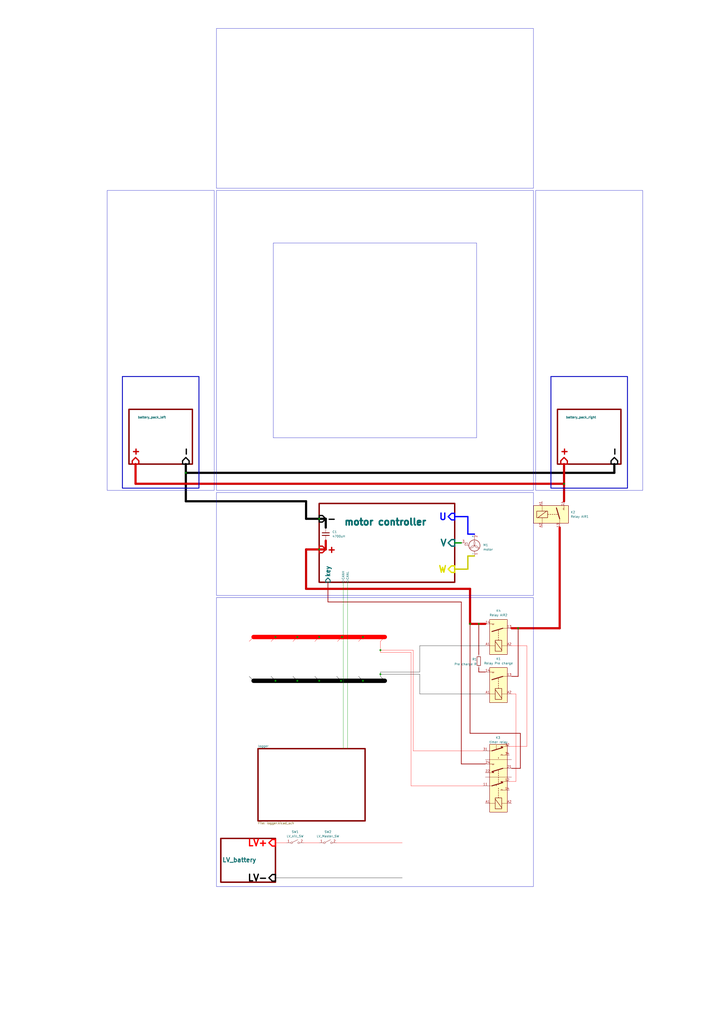
<source format=kicad_sch>
(kicad_sch (version 20250114) (generator "eeschema") (generator_version "9.0")
  (paper "A2" portrait)
  (lib_symbols
    (symbol "Device:C" (pin_numbers (hide yes)) (pin_names (offset 0.254))
      (property "Reference" "C" (at 0.635 2.54 0))
      (property "Value" "C" (at 0.635 -2.54 0))
      (symbol "C_0_1"
        (polyline (pts (xy -2.032 0.762) (xy 2.032 0.762)) (stroke (width 0.508)))
        (polyline (pts (xy -2.032 -0.762) (xy 2.032 -0.762)) (stroke (width 0.508)))
      )
      (symbol "C_1_1"
        (pin passive line (at 0 3.81 270) (length 2.794) (name "~") (number "1"))
        (pin passive line (at 0 -3.81 90) (length 2.794) (name "~") (number "2"))
      )
    )
    (symbol "Device:R" (pin_numbers (hide yes)) (pin_names (offset 0))
      (property "Reference" "R" (at 2.032 0 90))
      (property "Value" "R" (at 0 0 90))
      (symbol "R_0_1"
        (rectangle (start -1.016 -2.54) (end 1.016 2.54) (stroke (width 0.254)))
      )
      (symbol "R_1_1"
        (pin passive line (at 0 3.81 270) (length 1.27) (name "~") (number "1"))
        (pin passive line (at 0 -3.81 90) (length 1.27) (name "~") (number "2"))
      )
    )
    (symbol "Motor:Fan_3pin" (pin_names (offset 0))
      (property "Reference" "M1" (at 5.08 -1.2699 0))
      (property "Value" "Fan_3pin" (at 5.08 -3.8099 0))
      (symbol "Fan_3pin_0_0"
        (polyline (pts (xy -5.08 -0.508) (xy -5.334 -0.381)))
        (polyline (pts (xy -5.08 -0.508) (xy -5.207 -0.762)))
        (arc (start -4.572 -1.016) (mid -5.08 -1.5218) (end -5.588 -1.016))
        (arc (start -5.588 -1.016) (mid -5.4392 -0.6568) (end -5.08 -0.508))
        (polyline (pts (xy -4.064 0) (xy -4.064 -1.524) (xy -3.302 -1.524)))
      )
      (symbol "Fan_3pin_0_1"
        (polyline (pts (xy -4.064 0) (xy -5.08 0)))
        (arc (start 0 1.27) (mid -0.0015 -1.6352) (end -2.54 -3.048))
        (polyline (pts (xy 0 2.032) (xy 0 2.54)))
        (polyline (pts (xy 0 1.7272) (xy 0 2.0828)))
        (circle (center 0 -1.524) (radius 3.2512) (stroke (width 0.254)))
        (arc (start -2.54 -3.048) (mid 0 -1.4782) (end 2.54 -3.048))
        (polyline (pts (xy 0 -4.7752) (xy 0 -5.1816)))
        (polyline (pts (xy 0 -7.62) (xy 0 -7.112)))
        (arc (start 2.54 -3.048) (mid 0.047 -1.6085) (end 0 1.27))
      )
      (symbol "Fan_3pin_1_1"
        (pin passive line (at -7.62 0 0) (length 2.54) (name "") (number "3"))
        (pin passive line (at 0 5.08 270) (length 2.54) (name "+") (number "2"))
        (pin passive line (at 0 -7.62 90) (length 2.54) (name "-") (number "1"))
      )
    )
    (symbol "Relay:Fujitsu_FTR-LYAA005x"
      (property "Reference" "K" (at 11.43 3.81 0))
      (property "Value" "Fujitsu_FTR-LYAA005x" (at 11.43 1.27 0))
      (symbol "Fujitsu_FTR-LYAA005x_0_0"
        (polyline (pts (xy 7.62 5.08) (xy 7.62 2.54) (xy 6.985 3.175) (xy 7.62 3.81)))
      )
      (symbol "Fujitsu_FTR-LYAA005x_0_1"
        (rectangle (start -10.16 5.08) (end 10.16 -5.08) (stroke (width 0.254)) (fill (type background)))
        (rectangle (start -8.255 1.905) (end -1.905 -1.905) (stroke (width 0.254)))
        (polyline (pts (xy -7.62 -1.905) (xy -2.54 1.905)) (stroke (width 0.254)))
        (polyline (pts (xy -5.08 5.08) (xy -5.08 1.905)))
        (polyline (pts (xy -5.08 -5.08) (xy -5.08 -1.905)))
        (polyline (pts (xy -1.905 0) (xy -1.27 0)) (stroke (width 0.254)))
        (polyline (pts (xy -0.635 0) (xy 0 0)) (stroke (width 0.254)))
        (polyline (pts (xy 0.635 0) (xy 1.27 0)) (stroke (width 0.254)))
        (polyline (pts (xy 1.905 0) (xy 2.54 0)) (stroke (width 0.254)))
        (polyline (pts (xy 3.175 0) (xy 3.81 0)) (stroke (width 0.254)))
        (polyline (pts (xy 5.08 -2.54) (xy 3.175 3.81)) (stroke (width 0.508)))
        (polyline (pts (xy 5.08 -2.54) (xy 5.08 -5.08)))
      )
      (symbol "Fujitsu_FTR-LYAA005x_1_1"
        (pin passive line (at -5.08 7.62 270) (length 2.54) (name "~") (number "A1"))
        (pin passive line (at -5.08 -7.62 90) (length 2.54) (name "~") (number "A2"))
        (pin passive line (at 5.08 -7.62 90) (length 2.54) (name "~") (number "13"))
        (pin passive line (at 7.62 7.62 270) (length 2.54) (name "~") (number "14"))
      )
    )
    (symbol "Relay:RTE2xxxx"
      (property "Reference" "K3" (at 27.94 0.254 90))
      (property "Value" "timer relay" (at 25.4 0 90))
      (symbol "RTE2xxxx_0_1"
        (rectangle (start -15.24 5.08) (end 24.13 -5.08) (stroke (width 0.254)) (fill (type background)))
        (rectangle (start -13.335 1.905) (end -6.985 -1.905) (stroke (width 0.254)))
        (polyline (pts (xy -12.7 -1.905) (xy -7.62 1.905)) (stroke (width 0.254)))
        (polyline (pts (xy -10.16 5.08) (xy -10.16 1.905)))
        (polyline (pts (xy -10.16 -5.08) (xy -10.16 -1.905)))
        (polyline (pts (xy -6.985 0) (xy -6.35 0)) (stroke (width 0.254)))
        (polyline (pts (xy -5.715 0) (xy -5.08 0)) (stroke (width 0.254)))
        (polyline (pts (xy -4.445 0) (xy -3.81 0)) (stroke (width 0.254)))
        (polyline (pts (xy -3.175 0) (xy -2.54 0)) (stroke (width 0.254)))
        (polyline (pts (xy -2.54 -3.81) (xy -2.54 -1.27) (xy -1.905 -1.905) (xy -2.54 -2.54)))
        (polyline (pts (xy -1.905 0) (xy -1.27 0)) (stroke (width 0.254)))
        (polyline (pts (xy 0 3.81) (xy 0 6.35)))
        (polyline (pts (xy 0 3.81) (xy 1.905 -2.54)) (stroke (width 0.508)))
        (polyline (pts (xy 0.635 1.27) (xy 0 1.27)) (stroke (width 0.254)))
        (polyline (pts (xy 0.635 0) (xy 1.27 0)) (stroke (width 0.254)))
        (polyline (pts (xy 1.905 0) (xy 2.54 0)) (stroke (width 0.254)))
        (polyline (pts (xy 2.54 -3.81) (xy 2.54 -1.27) (xy 1.905 -1.905) (xy 2.54 -2.54)) (fill (type outline)))
        (polyline (pts (xy 3.175 0) (xy 3.81 0)) (stroke (width 0.254)))
        (polyline (pts (xy 4.445 0) (xy 5.08 0)) (stroke (width 0.254)))
        (polyline (pts (xy 5.08 7.62) (xy 5.08 -7.62)))
        (polyline (pts (xy 5.715 0) (xy 6.35 0)) (stroke (width 0.254)))
        (polyline (pts (xy 6.985 0) (xy 7.62 0)) (stroke (width 0.254)))
        (polyline (pts (xy 7.62 5.08) (xy 7.62 2.54) (xy 8.255 3.175) (xy 7.62 3.81)) (fill (type outline)))
        (polyline (pts (xy 8.255 0) (xy 8.89 0)) (stroke (width 0.254)))
        (polyline (pts (xy 10.16 -2.54) (xy 8.255 3.81)) (stroke (width 0.508)))
        (polyline (pts (xy 10.16 -2.54) (xy 10.16 -5.08)))
        (polyline (pts (xy 12.7 5.08) (xy 12.7 2.54) (xy 12.065 3.175) (xy 12.7 3.81)))
        (polyline (pts (xy 15.24 7.62) (xy 15.24 -6.35)))
        (polyline (pts (xy 15.24 -7.62) (xy 15.24 -6.35)))
        (polyline (pts (xy 15.875 0) (xy 16.51 0)) (stroke (width 0.254)))
        (polyline (pts (xy 17.78 -3.81) (xy 17.78 -1.27) (xy 18.415 -1.905) (xy 17.78 -2.54)))
        (polyline (pts (xy 20.32 3.81) (xy 20.32 6.35)))
        (polyline (pts (xy 20.32 3.81) (xy 22.225 -2.54)) (stroke (width 0.508)))
        (polyline (pts (xy 22.225 1.27) (xy 21.59 1.27)) (stroke (width 0.254)))
        (polyline (pts (xy 22.86 -3.81) (xy 22.86 -1.27) (xy 22.225 -1.905) (xy 22.86 -2.54)) (fill (type outline)))
        (polyline (pts (xy 23.495 1.27) (xy 22.86 1.27)) (stroke (width 0.254)))
      )
      (symbol "RTE2xxxx_1_1"
        (pin passive line (at -10.16 7.62 270) (length 2.54) (name "~") (number "A1"))
        (pin passive line (at -10.16 -7.62 90) (length 2.54) (name "~") (number "A2"))
        (pin passive line (at -2.54 -6.35 90) (length 2.54) (name "~") (number "14"))
        (pin passive line (at 0 8.89 270) (length 2.54) (name "~") (number "11"))
        (pin passive line (at 2.54 -6.35 90) (length 2.54) (name "~") (number "12"))
        (pin passive line (at 7.62 7.62 270) (length 2.54) (name "~") (number "22"))
        (pin passive line (at 10.16 -7.62 90) (length 2.54) (name "~") (number "21"))
        (pin passive line (at 12.7 7.62 270) (length 2.54) (name "~") (number "24"))
        (pin passive line (at 17.78 -6.35 90) (length 2.54) (name "~") (number "34"))
        (pin passive line (at 20.32 8.89 270) (length 2.54) (name "~") (number "31"))
        (pin passive line (at 22.86 -6.35 90) (length 2.54) (name "~") (number "32"))
      )
    )
    (symbol "Switch:SW_SPST" (pin_names (offset 0) (hide yes))
      (property "Reference" "SW" (at 0 3.175 0))
      (property "Value" "SW_SPST" (at 0 -2.54 0))
      (symbol "SW_SPST_0_0"
        (circle (center -2.032 0) (radius 0.508))
        (polyline (pts (xy -1.524 0.254) (xy 1.524 1.778)))
        (circle (center 2.032 0) (radius 0.508))
      )
      (symbol "SW_SPST_1_1"
        (pin passive line (at -5.08 0 0) (length 2.54) (name "A") (number "1"))
        (pin passive line (at 5.08 0 180) (length 2.54) (name "B") (number "2"))
      )
    )
  )
  (rectangle (start 320.04 218.44) (end 364.49 283.21) (stroke (width 0.508)))
  (rectangle (start 311.15 110.49) (end 373.38 284.48))
  (rectangle (start 125.73 16.51) (end 309.88 109.22))
  (rectangle (start 125.73 110.49) (end 309.88 284.48))
  (rectangle (start 125.73 285.75) (end 309.88 345.44))
  (rectangle (start 71.12 218.44) (end 115.57 283.21) (stroke (width 0.508)))
  (rectangle (start 309.88 514.35) (end 125.73 346.71))
  (rectangle (start 62.23 110.49) (end 124.46 284.48))
  (rectangle (start 158.75 140.97) (end 276.86 254))
  (junction (at 278.13 361.95))
  (junction (at 185.42 394.97))
  (junction (at 160.02 369.57))
  (junction (at 172.72 394.97))
  (junction (at 172.72 369.57))
  (junction (at 107.95 274.32))
  (junction (at 198.12 394.97))
  (junction (at 185.42 300.99))
  (junction (at 198.5987 369.57))
  (junction (at 185.42 318.77))
  (junction (at 160.02 394.97))
  (junction (at 210.82 394.97))
  (junction (at 185.42 369.57))
  (junction (at 220.98 377.19))
  (junction (at 273.05 361.95))
  (junction (at 327.66 280.67))
  (junction (at 300.99 364.49))
  (junction (at 210.82 369.57))
  (junction (at 220.98 391.16))
  (bus_entry (at 147.32 369.57) (size -2.54 2.54) (stroke (width 0) (color 255 0 0 1)))
  (bus_entry (at 223.52 369.57) (size -2.54 2.54) (stroke (width 0) (color 255 0 0 1)))
  (bus_entry (at 160.02 394.97) (size -2.54 -2.54) (stroke (width 0) (color 0 0 0 1)))
  (bus_entry (at 210.82 394.97) (size -2.54 -2.54) (stroke (width 0) (color 0 0 0 1)))
  (bus_entry (at 185.42 394.97) (size -2.54 -2.54) (stroke (width 0) (color 0 0 0 1)))
  (bus_entry (at 223.52 394.97) (size -2.54 -2.54) (stroke (width 0) (color 0 0 0 1)))
  (bus_entry (at 172.72 394.97) (size -2.54 -2.54) (stroke (width 0) (color 0 0 0 1)))
  (bus_entry (at 160.02 369.57) (size -2.54 2.54) (stroke (width 0) (color 255 0 0 1)))
  (bus_entry (at 210.82 369.57) (size -2.54 2.54) (stroke (width 0) (color 255 0 0 1)))
  (bus_entry (at 147.32 394.97) (size -2.54 -2.54) (stroke (width 0) (color 0 0 0 1)))
  (bus_entry (at 198.12 394.97) (size -2.54 -2.54) (stroke (width 0) (color 0 0 0 1)))
  (bus_entry (at 198.5987 369.57) (size -2.54 2.54) (stroke (width 0) (color 255 0 0 1)))
  (bus_entry (at 185.42 369.57) (size -2.54 2.54) (stroke (width 0) (color 255 0 0 1)))
  (bus_entry (at 172.72 369.57) (size -2.54 2.54) (stroke (width 0) (color 255 0 0 1)))
  (wire (pts (xy 271.78 322.58) (xy 275.59 322.58)) (stroke (width 0.762) (color 200 200 0 1)))
  (wire (pts (xy 271.78 330.2) (xy 264.16 330.2)) (stroke (width 0.762) (color 200 200 0 1)))
  (wire (pts (xy 267.97 349.25) (xy 190.5 349.25)) (stroke (width 0.381) (color 155 0 0 1)))
  (wire (pts (xy 300.99 364.49) (xy 300.99 392.43)) (stroke (width 0.381) (color 155 0 0 1)))
  (wire (pts (xy 78.74 280.67) (xy 327.66 280.67)) (stroke (width 1.27) (color 200 0 0 1)))
  (wire (pts (xy 299.72 402.59) (xy 297.18 402.59)) (stroke (width 0) (color 255 0 0 1)))
  (wire (pts (xy 243.84 389.89) (xy 220.98 389.89)) (stroke (width 0) (color 5 5 5 1)))
  (wire (pts (xy 327.66 269.24) (xy 327.66 280.67)) (stroke (width 1.27) (color 200 0 0 1)))
  (wire (pts (xy 267.97 443.23) (xy 267.97 349.25)) (stroke (width 0.381) (color 155 0 0 1)))
  (wire (pts (xy 160.02 509.27) (xy 233.68 509.27)) (stroke (width 0) (color 0 0 0 1)))
  (wire (pts (xy 302.26 425.45) (xy 302.26 445.77)) (stroke (width 0.381) (color 155 0 0 1)))
  (wire (pts (xy 264.16 314.96) (xy 267.97 314.96)) (stroke (width 0.762)))
  (wire (pts (xy 220.98 377.19) (xy 220.98 378.46)) (stroke (width 0) (color 255 0 0 1)))
  (wire (pts (xy 210.82 394.97) (xy 223.52 394.97)) (stroke (width 2.54) (color 0 0 0 1)))
  (wire (pts (xy 278.13 387.35) (xy 278.13 389.89)) (stroke (width 0.381) (color 155 0 0 1)))
  (wire (pts (xy 220.98 391.16) (xy 220.98 392.43)) (stroke (width 0) (color 5 5 5 1)))
  (wire (pts (xy 238.76 378.46) (xy 238.76 455.93)) (stroke (width 0) (color 255 0 0 1)))
  (wire (pts (xy 240.03 377.19) (xy 220.98 377.19)) (stroke (width 0) (color 255 0 0 1)))
  (wire (pts (xy 107.95 269.24) (xy 107.95 274.32)) (stroke (width 1.27) (color 0 0 0 1)))
  (wire (pts (xy 299.72 453.39) (xy 299.72 402.59)) (stroke (width 0) (color 255 0 0 1)))
  (wire (pts (xy 199.39 337.82) (xy 199.39 434.34)))
  (wire (pts (xy 295.91 433.07) (xy 306.07 433.07)) (stroke (width 0) (color 255 0 0 1)))
  (wire (pts (xy 273.05 425.45) (xy 302.26 425.45)) (stroke (width 0.381) (color 155 0 0 1)))
  (wire (pts (xy 271.78 322.58) (xy 271.78 330.2)) (stroke (width 0.762) (color 200 200 0 1)))
  (wire (pts (xy 220.98 391.16) (xy 243.84 391.16)) (stroke (width 0) (color 5 5 5 1)))
  (wire (pts (xy 306.07 374.65) (xy 297.18 374.65)) (stroke (width 0) (color 255 0 0 1)))
  (wire (pts (xy 189.23 300.99) (xy 189.23 306.07)) (stroke (width 1.27) (color 0 0 0 1)))
  (wire (pts (xy 185.42 318.77) (xy 189.23 318.77)) (stroke (width 1.27) (color 200 0 0 1)))
  (wire (pts (xy 271.78 309.88) (xy 271.78 299.72)) (stroke (width 0.762) (color 0 0 255 1)))
  (wire (pts (xy 177.8 290.83) (xy 177.8 300.99)) (stroke (width 1.27) (color 0 0 0 1)))
  (wire (pts (xy 300.99 392.43) (xy 297.18 392.43)) (stroke (width 0.381) (color 155 0 0 1)))
  (wire (pts (xy 176.53 488.95) (xy 185.42 488.95)) (stroke (width 0) (color 255 0 0 1)))
  (wire (pts (xy 273.05 361.95) (xy 273.05 425.45)) (stroke (width 0.381) (color 155 0 0 1)))
  (wire (pts (xy 278.13 361.95) (xy 278.13 379.73)) (stroke (width 0.381) (color 155 0 0 1)))
  (wire (pts (xy 147.32 369.57) (xy 160.02 369.57)) (stroke (width 2.54) (color 255 0 0 1)))
  (wire (pts (xy 177.8 318.77) (xy 185.42 318.77)) (stroke (width 1.27) (color 200 0 0 1)))
  (wire (pts (xy 220.98 377.19) (xy 220.98 372.11)) (stroke (width 0) (color 255 0 0 1)))
  (wire (pts (xy 243.84 374.65) (xy 243.84 389.89)) (stroke (width 0) (color 5 5 5 1)))
  (wire (pts (xy 306.07 433.07) (xy 306.07 374.65)) (stroke (width 0) (color 255 0 0 1)))
  (wire (pts (xy 185.42 394.97) (xy 198.12 394.97)) (stroke (width 2.54) (color 0 0 0 1)))
  (wire (pts (xy 240.03 435.61) (xy 280.67 435.61)) (stroke (width 0) (color 255 0 0 1)))
  (wire (pts (xy 243.84 391.16) (xy 243.84 402.59)) (stroke (width 0) (color 5 5 5 1)))
  (wire (pts (xy 240.03 435.61) (xy 240.03 377.19)) (stroke (width 0) (color 255 0 0 1)))
  (wire (pts (xy 295.91 453.39) (xy 299.72 453.39)) (stroke (width 0) (color 255 0 0 1)))
  (wire (pts (xy 177.8 300.99) (xy 185.42 300.99)) (stroke (width 1.27) (color 0 0 0 1)))
  (wire (pts (xy 267.97 443.23) (xy 281.94 443.23)) (stroke (width 0.381) (color 155 0 0 1)))
  (wire (pts (xy 273.05 361.95) (xy 273.05 341.63)) (stroke (width 1.27) (color 200 0 0 1)))
  (wire (pts (xy 273.05 341.63) (xy 177.8 341.63)) (stroke (width 1.27) (color 200 0 0 1)))
  (wire (pts (xy 198.5987 369.57) (xy 210.82 369.57)) (stroke (width 2.54) (color 255 0 0 1)))
  (wire (pts (xy 185.42 300.99) (xy 189.23 300.99)) (stroke (width 1.27) (color 0 0 0 1)))
  (wire (pts (xy 220.98 378.46) (xy 238.76 378.46)) (stroke (width 0) (color 255 0 0 1)))
  (wire (pts (xy 198.12 394.97) (xy 210.82 394.97)) (stroke (width 2.54) (color 0 0 0 1)))
  (wire (pts (xy 278.13 361.95) (xy 281.94 361.95)) (stroke (width 1.27) (color 200 0 0 1)))
  (wire (pts (xy 78.74 269.24) (xy 78.74 280.67)) (stroke (width 1.27) (color 200 0 0 1)))
  (wire (pts (xy 210.82 369.57) (xy 223.52 369.57)) (stroke (width 2.54) (color 255 0 0 1)))
  (wire (pts (xy 300.99 364.49) (xy 297.18 364.49)) (stroke (width 1.27) (color 200 0 0 1)))
  (wire (pts (xy 356.87 274.32) (xy 356.87 269.24)) (stroke (width 1.27) (color 0 0 0 1)))
  (wire (pts (xy 201.93 337.82) (xy 201.93 434.34)))
  (wire (pts (xy 327.66 280.67) (xy 327.66 290.83)) (stroke (width 1.27) (color 200 0 0 1)))
  (wire (pts (xy 172.72 394.97) (xy 185.42 394.97)) (stroke (width 2.54) (color 0 0 0 1)))
  (wire (pts (xy 195.58 488.95) (xy 233.68 488.95)) (stroke (width 0) (color 255 0 0 1)))
  (wire (pts (xy 243.84 402.59) (xy 281.94 402.59)) (stroke (width 0) (color 5 5 5 1)))
  (wire (pts (xy 177.8 341.63) (xy 177.8 318.77)) (stroke (width 1.27) (color 200 0 0 1)))
  (wire (pts (xy 302.26 445.77) (xy 297.18 445.77)) (stroke (width 0.381) (color 155 0 0 1)))
  (wire (pts (xy 189.23 318.77) (xy 189.23 313.69)) (stroke (width 1.27) (color 200 0 0 1)))
  (wire (pts (xy 325.12 364.49) (xy 300.99 364.49)) (stroke (width 1.27) (color 200 0 0 1)))
  (wire (pts (xy 185.42 369.57) (xy 198.5987 369.57)) (stroke (width 2.54) (color 255 0 0 1)))
  (wire (pts (xy 271.78 309.88) (xy 275.59 309.88)) (stroke (width 0.762) (color 0 0 255 1)))
  (wire (pts (xy 190.5 349.25) (xy 190.5 337.82)) (stroke (width 0.381) (color 155 0 0 1)))
  (wire (pts (xy 238.76 455.93) (xy 280.67 455.93)) (stroke (width 0) (color 255 0 0 1)))
  (wire (pts (xy 147.32 394.97) (xy 160.02 394.97)) (stroke (width 2.54) (color 0 0 0 1)))
  (wire (pts (xy 271.78 299.72) (xy 264.16 299.72)) (stroke (width 0.762) (color 0 0 255 1)))
  (wire (pts (xy 160.02 369.57) (xy 172.72 369.57)) (stroke (width 2.54) (color 255 0 0 1)))
  (wire (pts (xy 278.13 389.89) (xy 281.94 389.89)) (stroke (width 0.381) (color 155 0 0 1)))
  (wire (pts (xy 107.95 290.83) (xy 177.8 290.83)) (stroke (width 1.27) (color 0 0 0 1)))
  (wire (pts (xy 281.94 374.65) (xy 243.84 374.65)) (stroke (width 0) (color 5 5 5 1)))
  (wire (pts (xy 220.98 389.89) (xy 220.98 391.16)) (stroke (width 0) (color 5 5 5 1)))
  (wire (pts (xy 172.72 369.57) (xy 185.42 369.57)) (stroke (width 2.54) (color 255 0 0 1)))
  (wire (pts (xy 107.95 274.32) (xy 356.87 274.32)) (stroke (width 1.27) (color 0 0 0 1)))
  (wire (pts (xy 160.02 488.95) (xy 166.37 488.95)) (stroke (width 0) (color 255 0 0 1)))
  (wire (pts (xy 107.95 274.32) (xy 107.95 290.83)) (stroke (width 1.27) (color 0 0 0 1)))
  (wire (pts (xy 160.02 394.97) (xy 172.72 394.97)) (stroke (width 2.54) (color 0 0 0 1)))
  (wire (pts (xy 273.05 361.95) (xy 278.13 361.95)) (stroke (width 1.27) (color 200 0 0 1)))
  (wire (pts (xy 325.12 306.07) (xy 325.12 364.49)) (stroke (width 1.27) (color 200 0 0 1)))
  (symbol (lib_id "Device:C") (at 189.23 309.88 180) (unit 1)
    (property "Reference" "C1" (at 193.04 308.6099 0) (effects (justify right)))
    (property "Value" "4700uH" (at 193.04 311.1499 0) (effects (justify right)))
    (property "Description" "Unpolarized capacitor" (effects (hide yes)))
  )
  (symbol (lib_id "Relay:Fujitsu_FTR-LYAA005x") (at 320.04 298.45 0) (unit 1)
    (property "Reference" "K2" (at 331.47 297.1799 0) (effects (justify left)))
    (property "Value" "Relay AIR1" (at 331.47 299.7199 0) (effects (justify left)))
    (property "Footprint" "Relay_THT:Relay_SPST-NO_Fujitsu_FTR-LYAA005x_FormA_Vertical" (effects (hide yes)))
    (property "Datasheet" "https://www.fujitsu.com/sg/imagesgig5/ftr-ly.pdf" (effects (hide yes)))
    (property "Description" "Relay, SPST Form A, vertical mount, 5-60V coil, 6A, 250VAC, 28 x 5 x 15mm" (effects (hide yes)))
  )
  (symbol (lib_id "Device:R") (at 278.13 383.54 0) (unit 1)
    (property "Reference" "R1" (at 274.32 382.524 0) (effects (justify left)))
    (property "Value" "Pre charge R" (at 263.906 385.318 0) (effects (justify left)))
    (property "Description" "Resistor" (effects (hide yes)))
  )
  (symbol (lib_id "Relay:Fujitsu_FTR-LYAA005x") (at 289.56 397.51 90) (unit 1)
    (property "Reference" "K1" (at 289.56 382.27 90))
    (property "Value" "Relay Pre charge" (at 289.56 384.81 90))
    (property "Footprint" "Relay_THT:Relay_SPST-NO_Fujitsu_FTR-LYAA005x_FormA_Vertical" (effects (hide yes)))
    (property "Datasheet" "https://www.fujitsu.com/sg/imagesgig5/ftr-ly.pdf" (effects (hide yes)))
    (property "Description" "Relay, SPST Form A, vertical mount, 5-60V coil, 6A, 250VAC, 28 x 5 x 15mm" (effects (hide yes)))
  )
  (symbol (lib_id "Switch:SW_SPST") (at 171.45 488.95 0) (unit 1)
    (property "Reference" "SW1" (at 171.45 482.6 0))
    (property "Value" "LV_kill_SW" (at 171.45 485.14 0))
    (property "Description" "Single Pole Single Throw (SPST) switch" (effects (hide yes)))
  )
  (symbol (lib_id "Motor:Fan_3pin") (at 275.59 314.96 0) (unit 1)
    (property "Reference" "M1" (at 280.67 316.2299 0) (effects (justify left)))
    (property "Value" "motor" (at 280.67 318.7699 0) (effects (justify left)))
    (property "Datasheet" "http://www.hardwarecanucks.com/forum/attachments/new-builds/16287d1330775095-help-chassis-power-fan-connectors-motherboard-asus_p8z68.jpg" (effects (hide yes)))
    (property "Description" "Fan, tacho output, 3-pin connector" (effects (hide yes)))
  )
  (symbol (lib_id "Switch:SW_SPST") (at 190.5 488.95 0) (unit 1)
    (property "Reference" "SW2" (at 190.5 482.6 0))
    (property "Value" "LV_Master_SW" (at 190.5 485.14 0))
    (property "Description" "Single Pole Single Throw (SPST) switch" (effects (hide yes)))
  )
  (symbol (lib_id "Relay:Fujitsu_FTR-LYAA005x") (at 289.56 369.57 90) (unit 1)
    (property "Reference" "K4" (at 289.56 354.33 90))
    (property "Value" "Relay AIR2" (at 289.56 356.87 90))
    (property "Footprint" "Relay_THT:Relay_SPST-NO_Fujitsu_FTR-LYAA005x_FormA_Vertical" (effects (hide yes)))
    (property "Datasheet" "https://www.fujitsu.com/sg/imagesgig5/ftr-ly.pdf" (effects (hide yes)))
    (property "Description" "Relay, SPST Form A, vertical mount, 5-60V coil, 6A, 250VAC, 28 x 5 x 15mm" (effects (hide yes)))
  )
  (symbol (lib_id "Relay:RTE2xxxx") (at 289.56 455.93 90) (unit 1)
    (property "Reference" "K3" (at 289.306 427.99 90))
    (property "Value" "timer relay" (at 289.56 430.53 90))
    (property "Footprint" "Relay_THT:Relay_DPDT_Schrack-RT2-FormC_RM5mm" (effects (hide yes)))
    (property "Datasheet" "http://www.te.com/commerce/DocumentDelivery/DDEController?Action=showdoc&DocId=Data+Sheet%7FRT2%7F1014%7Fpdf%7FEnglish%7FENG_DS_RT2_1014.pdf%7F6-1393243-3" (effects (hide yes)))
    (property "Description" "Schrack RT2 relay, monostable dual pole dual throw, DC or AC coil" (effects (hide yes)))
  )
  (sheet (at 149.86 434.34) (size 62.23 41.91) (stroke (width 0.762))
    (property "Sheetname" "logger" (at 149.86 433.6284 0) (effects (justify left bottom)))
    (property "Sheetfile" "logger.kicad_sch" (at 149.86 476.8346 0) (effects (justify left top)))
  )
  (sheet (at 74.93 237.49) (size 36.83 31.75) (stroke (width 0.762))
    (property "Sheetname" "battery_pack_left" (at 80.01 242.824 0) (effects (font (thickness 0.254) (bold yes)) (justify left bottom)))
    (property "Sheetfile" "untitled.kicad_sch" (effects (hide yes)))
    (pin "+" input (at 78.74 269.24 270) (effects (font (size 3.81 3.81) (thickness 0.762) (bold yes))))
    (pin "-" input (at 107.95 269.24 270) (effects (font (size 3.81 3.81) (thickness 0.762) (bold yes))))
  )
  (sheet (at 323.85 237.49) (size 36.83 31.75) (stroke (width 0.762))
    (property "Sheetname" "battery_pack_right" (at 328.676 242.824 0) (effects (font (thickness 0.254) (bold yes)) (justify left bottom)))
    (property "Sheetfile" "untitled.kicad_sch" (effects (hide yes)))
    (pin "+" input (at 327.66 269.24 270) (effects (font (size 3.81 3.81) (thickness 0.762) (bold yes))))
    (pin "-" input (at 356.87 269.24 270) (effects (font (size 3.81 3.81) (thickness 0.762) (bold yes))))
  )
  (sheet (at 128.27 486.41) (size 31.75 25.4) (stroke (width 0.762))
    (property "Sheetname" "LV_battery" (at 129.032 500.38 0) (effects (font (size 2.54 2.54) (thickness 0.4763)) (justify left bottom)))
    (property "Sheetfile" "titled2.kicad_sch" (effects (hide yes)))
    (pin "LV+" input (at 160.02 488.95 0) (effects (font (size 3.81 3.81) (thickness 0.762) (bold yes))))
    (pin "LV-" input (at 160.02 509.27 0) (effects (font (size 3.81 3.81) (thickness 0.762) (bold yes))))
  )
  (sheet (at 185.42 292.1) (size 78.74 45.72) (stroke (width 0.762))
    (property "Sheetname" "motor controller" (at 199.644 305.054 0) (effects (font (size 3.81 3.81) (thickness 1.27) (bold yes)) (justify left bottom)))
    (property "Sheetfile" "titled.kicad_sch" (effects (hide yes)))
    (pin "+" input (at 185.42 318.77 180) (effects (font (size 3.81 3.81) (thickness 0.762) (bold yes))))
    (pin "-" input (at 185.42 300.99 180) (effects (font (size 3.81 3.81) (thickness 0.762) (bold yes))))
    (pin "V" input (at 264.16 314.96 0) (effects (font (size 3.81 3.81) (thickness 0.762) (bold yes))))
    (pin "U" input (at 264.16 299.72 0) (effects (font (size 3.81 3.81) (thickness 0.762) (bold yes))))
    (pin "W" input (at 264.16 330.2 0) (effects (font (size 3.81 3.81) (thickness 0.762) (bold yes))))
    (pin "key" input (at 190.5 337.82 270) (effects (font (size 2.54 2.54) (thickness 0.508) (bold yes))))
    (pin "CANH" input (at 199.39 337.82 270))
    (pin "CANL" input (at 201.93 337.82 270))
  )
)
</source>
